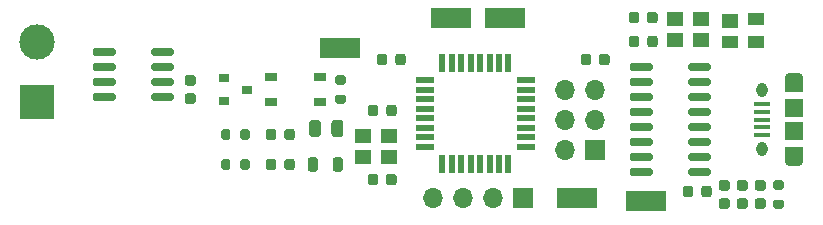
<source format=gts>
G04 #@! TF.GenerationSoftware,KiCad,Pcbnew,5.1.12-84ad8e8a86~92~ubuntu20.04.1*
G04 #@! TF.CreationDate,2021-11-23T01:14:47+00:00*
G04 #@! TF.ProjectId,atmega-demo,61746d65-6761-42d6-9465-6d6f2e6b6963,rev?*
G04 #@! TF.SameCoordinates,Original*
G04 #@! TF.FileFunction,Soldermask,Top*
G04 #@! TF.FilePolarity,Negative*
%FSLAX46Y46*%
G04 Gerber Fmt 4.6, Leading zero omitted, Abs format (unit mm)*
G04 Created by KiCad (PCBNEW 5.1.12-84ad8e8a86~92~ubuntu20.04.1) date 2021-11-23 01:14:47*
%MOMM*%
%LPD*%
G01*
G04 APERTURE LIST*
%ADD10C,3.000000*%
%ADD11R,3.000000X3.000000*%
%ADD12R,0.900000X0.800000*%
%ADD13O,1.700000X1.700000*%
%ADD14R,1.700000X1.700000*%
%ADD15R,1.400000X1.200000*%
%ADD16R,3.400000X1.800000*%
%ADD17O,1.550000X0.890000*%
%ADD18R,1.550000X1.200000*%
%ADD19R,1.550000X1.500000*%
%ADD20O,0.950000X1.250000*%
%ADD21R,1.350000X0.400000*%
%ADD22R,1.400000X1.000000*%
%ADD23R,0.550000X1.600000*%
%ADD24R,1.600000X0.550000*%
%ADD25R,1.050000X0.650000*%
G04 APERTURE END LIST*
G04 #@! TO.C,C5*
G36*
G01*
X177363000Y-81022000D02*
X177363000Y-80522000D01*
G75*
G02*
X177588000Y-80297000I225000J0D01*
G01*
X178038000Y-80297000D01*
G75*
G02*
X178263000Y-80522000I0J-225000D01*
G01*
X178263000Y-81022000D01*
G75*
G02*
X178038000Y-81247000I-225000J0D01*
G01*
X177588000Y-81247000D01*
G75*
G02*
X177363000Y-81022000I0J225000D01*
G01*
G37*
G36*
G01*
X175813000Y-81022000D02*
X175813000Y-80522000D01*
G75*
G02*
X176038000Y-80297000I225000J0D01*
G01*
X176488000Y-80297000D01*
G75*
G02*
X176713000Y-80522000I0J-225000D01*
G01*
X176713000Y-81022000D01*
G75*
G02*
X176488000Y-81247000I-225000J0D01*
G01*
X176038000Y-81247000D01*
G75*
G02*
X175813000Y-81022000I0J225000D01*
G01*
G37*
G04 #@! TD*
D10*
G04 #@! TO.C,J4*
X147828000Y-74930000D03*
D11*
X147828000Y-80010000D03*
G04 #@! TD*
D12*
G04 #@! TO.C,U2*
X165592000Y-78994000D03*
X163592000Y-79944000D03*
X163592000Y-78044000D03*
G04 #@! TD*
G04 #@! TO.C,R3*
G36*
G01*
X164167000Y-82529000D02*
X164167000Y-83079000D01*
G75*
G02*
X163967000Y-83279000I-200000J0D01*
G01*
X163567000Y-83279000D01*
G75*
G02*
X163367000Y-83079000I0J200000D01*
G01*
X163367000Y-82529000D01*
G75*
G02*
X163567000Y-82329000I200000J0D01*
G01*
X163967000Y-82329000D01*
G75*
G02*
X164167000Y-82529000I0J-200000D01*
G01*
G37*
G36*
G01*
X165817000Y-82529000D02*
X165817000Y-83079000D01*
G75*
G02*
X165617000Y-83279000I-200000J0D01*
G01*
X165217000Y-83279000D01*
G75*
G02*
X165017000Y-83079000I0J200000D01*
G01*
X165017000Y-82529000D01*
G75*
G02*
X165217000Y-82329000I200000J0D01*
G01*
X165617000Y-82329000D01*
G75*
G02*
X165817000Y-82529000I0J-200000D01*
G01*
G37*
G04 #@! TD*
G04 #@! TO.C,R2*
G36*
G01*
X164167000Y-85069000D02*
X164167000Y-85619000D01*
G75*
G02*
X163967000Y-85819000I-200000J0D01*
G01*
X163567000Y-85819000D01*
G75*
G02*
X163367000Y-85619000I0J200000D01*
G01*
X163367000Y-85069000D01*
G75*
G02*
X163567000Y-84869000I200000J0D01*
G01*
X163967000Y-84869000D01*
G75*
G02*
X164167000Y-85069000I0J-200000D01*
G01*
G37*
G36*
G01*
X165817000Y-85069000D02*
X165817000Y-85619000D01*
G75*
G02*
X165617000Y-85819000I-200000J0D01*
G01*
X165217000Y-85819000D01*
G75*
G02*
X165017000Y-85619000I0J200000D01*
G01*
X165017000Y-85069000D01*
G75*
G02*
X165217000Y-84869000I200000J0D01*
G01*
X165617000Y-84869000D01*
G75*
G02*
X165817000Y-85069000I0J-200000D01*
G01*
G37*
G04 #@! TD*
D13*
G04 #@! TO.C,J1*
X181356000Y-88138000D03*
X183896000Y-88138000D03*
X186436000Y-88138000D03*
D14*
X188976000Y-88138000D03*
G04 #@! TD*
G04 #@! TO.C,D2*
G36*
G01*
X168752000Y-83060250D02*
X168752000Y-82547750D01*
G75*
G02*
X168970750Y-82329000I218750J0D01*
G01*
X169408250Y-82329000D01*
G75*
G02*
X169627000Y-82547750I0J-218750D01*
G01*
X169627000Y-83060250D01*
G75*
G02*
X169408250Y-83279000I-218750J0D01*
G01*
X168970750Y-83279000D01*
G75*
G02*
X168752000Y-83060250I0J218750D01*
G01*
G37*
G36*
G01*
X167177000Y-83060250D02*
X167177000Y-82547750D01*
G75*
G02*
X167395750Y-82329000I218750J0D01*
G01*
X167833250Y-82329000D01*
G75*
G02*
X168052000Y-82547750I0J-218750D01*
G01*
X168052000Y-83060250D01*
G75*
G02*
X167833250Y-83279000I-218750J0D01*
G01*
X167395750Y-83279000D01*
G75*
G02*
X167177000Y-83060250I0J218750D01*
G01*
G37*
G04 #@! TD*
G04 #@! TO.C,D1*
G36*
G01*
X168752000Y-85600250D02*
X168752000Y-85087750D01*
G75*
G02*
X168970750Y-84869000I218750J0D01*
G01*
X169408250Y-84869000D01*
G75*
G02*
X169627000Y-85087750I0J-218750D01*
G01*
X169627000Y-85600250D01*
G75*
G02*
X169408250Y-85819000I-218750J0D01*
G01*
X168970750Y-85819000D01*
G75*
G02*
X168752000Y-85600250I0J218750D01*
G01*
G37*
G36*
G01*
X167177000Y-85600250D02*
X167177000Y-85087750D01*
G75*
G02*
X167395750Y-84869000I218750J0D01*
G01*
X167833250Y-84869000D01*
G75*
G02*
X168052000Y-85087750I0J-218750D01*
G01*
X168052000Y-85600250D01*
G75*
G02*
X167833250Y-85819000I-218750J0D01*
G01*
X167395750Y-85819000D01*
G75*
G02*
X167177000Y-85600250I0J218750D01*
G01*
G37*
G04 #@! TD*
D15*
G04 #@! TO.C,Y2*
X201846000Y-73064000D03*
X204046000Y-73064000D03*
X204046000Y-74764000D03*
X201846000Y-74764000D03*
G04 #@! TD*
G04 #@! TO.C,Y1*
X177630000Y-84670000D03*
X175430000Y-84670000D03*
X175430000Y-82970000D03*
X177630000Y-82970000D03*
G04 #@! TD*
G04 #@! TO.C,U1*
G36*
G01*
X157456000Y-75969000D02*
X157456000Y-75669000D01*
G75*
G02*
X157606000Y-75519000I150000J0D01*
G01*
X159256000Y-75519000D01*
G75*
G02*
X159406000Y-75669000I0J-150000D01*
G01*
X159406000Y-75969000D01*
G75*
G02*
X159256000Y-76119000I-150000J0D01*
G01*
X157606000Y-76119000D01*
G75*
G02*
X157456000Y-75969000I0J150000D01*
G01*
G37*
G36*
G01*
X157456000Y-77239000D02*
X157456000Y-76939000D01*
G75*
G02*
X157606000Y-76789000I150000J0D01*
G01*
X159256000Y-76789000D01*
G75*
G02*
X159406000Y-76939000I0J-150000D01*
G01*
X159406000Y-77239000D01*
G75*
G02*
X159256000Y-77389000I-150000J0D01*
G01*
X157606000Y-77389000D01*
G75*
G02*
X157456000Y-77239000I0J150000D01*
G01*
G37*
G36*
G01*
X157456000Y-78509000D02*
X157456000Y-78209000D01*
G75*
G02*
X157606000Y-78059000I150000J0D01*
G01*
X159256000Y-78059000D01*
G75*
G02*
X159406000Y-78209000I0J-150000D01*
G01*
X159406000Y-78509000D01*
G75*
G02*
X159256000Y-78659000I-150000J0D01*
G01*
X157606000Y-78659000D01*
G75*
G02*
X157456000Y-78509000I0J150000D01*
G01*
G37*
G36*
G01*
X157456000Y-79779000D02*
X157456000Y-79479000D01*
G75*
G02*
X157606000Y-79329000I150000J0D01*
G01*
X159256000Y-79329000D01*
G75*
G02*
X159406000Y-79479000I0J-150000D01*
G01*
X159406000Y-79779000D01*
G75*
G02*
X159256000Y-79929000I-150000J0D01*
G01*
X157606000Y-79929000D01*
G75*
G02*
X157456000Y-79779000I0J150000D01*
G01*
G37*
G36*
G01*
X152506000Y-79779000D02*
X152506000Y-79479000D01*
G75*
G02*
X152656000Y-79329000I150000J0D01*
G01*
X154306000Y-79329000D01*
G75*
G02*
X154456000Y-79479000I0J-150000D01*
G01*
X154456000Y-79779000D01*
G75*
G02*
X154306000Y-79929000I-150000J0D01*
G01*
X152656000Y-79929000D01*
G75*
G02*
X152506000Y-79779000I0J150000D01*
G01*
G37*
G36*
G01*
X152506000Y-78509000D02*
X152506000Y-78209000D01*
G75*
G02*
X152656000Y-78059000I150000J0D01*
G01*
X154306000Y-78059000D01*
G75*
G02*
X154456000Y-78209000I0J-150000D01*
G01*
X154456000Y-78509000D01*
G75*
G02*
X154306000Y-78659000I-150000J0D01*
G01*
X152656000Y-78659000D01*
G75*
G02*
X152506000Y-78509000I0J150000D01*
G01*
G37*
G36*
G01*
X152506000Y-77239000D02*
X152506000Y-76939000D01*
G75*
G02*
X152656000Y-76789000I150000J0D01*
G01*
X154306000Y-76789000D01*
G75*
G02*
X154456000Y-76939000I0J-150000D01*
G01*
X154456000Y-77239000D01*
G75*
G02*
X154306000Y-77389000I-150000J0D01*
G01*
X152656000Y-77389000D01*
G75*
G02*
X152506000Y-77239000I0J150000D01*
G01*
G37*
G36*
G01*
X152506000Y-75969000D02*
X152506000Y-75669000D01*
G75*
G02*
X152656000Y-75519000I150000J0D01*
G01*
X154306000Y-75519000D01*
G75*
G02*
X154456000Y-75669000I0J-150000D01*
G01*
X154456000Y-75969000D01*
G75*
G02*
X154306000Y-76119000I-150000J0D01*
G01*
X152656000Y-76119000D01*
G75*
G02*
X152506000Y-75969000I0J150000D01*
G01*
G37*
G04 #@! TD*
D16*
G04 #@! TO.C,TP2*
X199390000Y-88392000D03*
G04 #@! TD*
G04 #@! TO.C,TP3*
X193548000Y-88138000D03*
G04 #@! TD*
G04 #@! TO.C,TP1*
X173482000Y-75438000D03*
G04 #@! TD*
G04 #@! TO.C,TP5*
X187452000Y-72898000D03*
G04 #@! TD*
G04 #@! TO.C,TP4*
X182880000Y-72898000D03*
G04 #@! TD*
G04 #@! TO.C,R4*
G36*
G01*
X210841000Y-87459000D02*
X210291000Y-87459000D01*
G75*
G02*
X210091000Y-87259000I0J200000D01*
G01*
X210091000Y-86859000D01*
G75*
G02*
X210291000Y-86659000I200000J0D01*
G01*
X210841000Y-86659000D01*
G75*
G02*
X211041000Y-86859000I0J-200000D01*
G01*
X211041000Y-87259000D01*
G75*
G02*
X210841000Y-87459000I-200000J0D01*
G01*
G37*
G36*
G01*
X210841000Y-89109000D02*
X210291000Y-89109000D01*
G75*
G02*
X210091000Y-88909000I0J200000D01*
G01*
X210091000Y-88509000D01*
G75*
G02*
X210291000Y-88309000I200000J0D01*
G01*
X210841000Y-88309000D01*
G75*
G02*
X211041000Y-88509000I0J-200000D01*
G01*
X211041000Y-88909000D01*
G75*
G02*
X210841000Y-89109000I-200000J0D01*
G01*
G37*
G04 #@! TD*
D17*
G04 #@! TO.C,J3*
X211866000Y-78034000D03*
X211866000Y-85034000D03*
D18*
X211866000Y-78634000D03*
X211866000Y-84434000D03*
D19*
X211866000Y-80534000D03*
X211866000Y-82534000D03*
D20*
X209166000Y-79034000D03*
X209166000Y-84034000D03*
D21*
X209166000Y-80234000D03*
X209166000Y-80884000D03*
X209166000Y-81534000D03*
X209166000Y-82184000D03*
X209166000Y-82834000D03*
G04 #@! TD*
D22*
G04 #@! TO.C,D3*
X208702000Y-73030000D03*
X208702000Y-74930000D03*
X206502000Y-74930000D03*
D15*
X206502000Y-73210000D03*
G04 #@! TD*
G04 #@! TO.C,C1*
G36*
G01*
X161032000Y-78669000D02*
X160532000Y-78669000D01*
G75*
G02*
X160307000Y-78444000I0J225000D01*
G01*
X160307000Y-77994000D01*
G75*
G02*
X160532000Y-77769000I225000J0D01*
G01*
X161032000Y-77769000D01*
G75*
G02*
X161257000Y-77994000I0J-225000D01*
G01*
X161257000Y-78444000D01*
G75*
G02*
X161032000Y-78669000I-225000J0D01*
G01*
G37*
G36*
G01*
X161032000Y-80219000D02*
X160532000Y-80219000D01*
G75*
G02*
X160307000Y-79994000I0J225000D01*
G01*
X160307000Y-79544000D01*
G75*
G02*
X160532000Y-79319000I225000J0D01*
G01*
X161032000Y-79319000D01*
G75*
G02*
X161257000Y-79544000I0J-225000D01*
G01*
X161257000Y-79994000D01*
G75*
G02*
X161032000Y-80219000I-225000J0D01*
G01*
G37*
G04 #@! TD*
G04 #@! TO.C,C2*
G36*
G01*
X177475000Y-76204000D02*
X177475000Y-76704000D01*
G75*
G02*
X177250000Y-76929000I-225000J0D01*
G01*
X176800000Y-76929000D01*
G75*
G02*
X176575000Y-76704000I0J225000D01*
G01*
X176575000Y-76204000D01*
G75*
G02*
X176800000Y-75979000I225000J0D01*
G01*
X177250000Y-75979000D01*
G75*
G02*
X177475000Y-76204000I0J-225000D01*
G01*
G37*
G36*
G01*
X179025000Y-76204000D02*
X179025000Y-76704000D01*
G75*
G02*
X178800000Y-76929000I-225000J0D01*
G01*
X178350000Y-76929000D01*
G75*
G02*
X178125000Y-76704000I0J225000D01*
G01*
X178125000Y-76204000D01*
G75*
G02*
X178350000Y-75979000I225000J0D01*
G01*
X178800000Y-75979000D01*
G75*
G02*
X179025000Y-76204000I0J-225000D01*
G01*
G37*
G04 #@! TD*
G04 #@! TO.C,C7*
G36*
G01*
X209292000Y-87559000D02*
X208792000Y-87559000D01*
G75*
G02*
X208567000Y-87334000I0J225000D01*
G01*
X208567000Y-86884000D01*
G75*
G02*
X208792000Y-86659000I225000J0D01*
G01*
X209292000Y-86659000D01*
G75*
G02*
X209517000Y-86884000I0J-225000D01*
G01*
X209517000Y-87334000D01*
G75*
G02*
X209292000Y-87559000I-225000J0D01*
G01*
G37*
G36*
G01*
X209292000Y-89109000D02*
X208792000Y-89109000D01*
G75*
G02*
X208567000Y-88884000I0J225000D01*
G01*
X208567000Y-88434000D01*
G75*
G02*
X208792000Y-88209000I225000J0D01*
G01*
X209292000Y-88209000D01*
G75*
G02*
X209517000Y-88434000I0J-225000D01*
G01*
X209517000Y-88884000D01*
G75*
G02*
X209292000Y-89109000I-225000J0D01*
G01*
G37*
G04 #@! TD*
G04 #@! TO.C,C8*
G36*
G01*
X194734000Y-76204000D02*
X194734000Y-76704000D01*
G75*
G02*
X194509000Y-76929000I-225000J0D01*
G01*
X194059000Y-76929000D01*
G75*
G02*
X193834000Y-76704000I0J225000D01*
G01*
X193834000Y-76204000D01*
G75*
G02*
X194059000Y-75979000I225000J0D01*
G01*
X194509000Y-75979000D01*
G75*
G02*
X194734000Y-76204000I0J-225000D01*
G01*
G37*
G36*
G01*
X196284000Y-76204000D02*
X196284000Y-76704000D01*
G75*
G02*
X196059000Y-76929000I-225000J0D01*
G01*
X195609000Y-76929000D01*
G75*
G02*
X195384000Y-76704000I0J225000D01*
G01*
X195384000Y-76204000D01*
G75*
G02*
X195609000Y-75979000I225000J0D01*
G01*
X196059000Y-75979000D01*
G75*
G02*
X196284000Y-76204000I0J-225000D01*
G01*
G37*
G04 #@! TD*
G04 #@! TO.C,C3*
G36*
G01*
X205744000Y-88209000D02*
X206244000Y-88209000D01*
G75*
G02*
X206469000Y-88434000I0J-225000D01*
G01*
X206469000Y-88884000D01*
G75*
G02*
X206244000Y-89109000I-225000J0D01*
G01*
X205744000Y-89109000D01*
G75*
G02*
X205519000Y-88884000I0J225000D01*
G01*
X205519000Y-88434000D01*
G75*
G02*
X205744000Y-88209000I225000J0D01*
G01*
G37*
G36*
G01*
X205744000Y-86659000D02*
X206244000Y-86659000D01*
G75*
G02*
X206469000Y-86884000I0J-225000D01*
G01*
X206469000Y-87334000D01*
G75*
G02*
X206244000Y-87559000I-225000J0D01*
G01*
X205744000Y-87559000D01*
G75*
G02*
X205519000Y-87334000I0J225000D01*
G01*
X205519000Y-86884000D01*
G75*
G02*
X205744000Y-86659000I225000J0D01*
G01*
G37*
G04 #@! TD*
G04 #@! TO.C,C11*
G36*
G01*
X204033000Y-87880000D02*
X204033000Y-87380000D01*
G75*
G02*
X204258000Y-87155000I225000J0D01*
G01*
X204708000Y-87155000D01*
G75*
G02*
X204933000Y-87380000I0J-225000D01*
G01*
X204933000Y-87880000D01*
G75*
G02*
X204708000Y-88105000I-225000J0D01*
G01*
X204258000Y-88105000D01*
G75*
G02*
X204033000Y-87880000I0J225000D01*
G01*
G37*
G36*
G01*
X202483000Y-87880000D02*
X202483000Y-87380000D01*
G75*
G02*
X202708000Y-87155000I225000J0D01*
G01*
X203158000Y-87155000D01*
G75*
G02*
X203383000Y-87380000I0J-225000D01*
G01*
X203383000Y-87880000D01*
G75*
G02*
X203158000Y-88105000I-225000J0D01*
G01*
X202708000Y-88105000D01*
G75*
G02*
X202483000Y-87880000I0J225000D01*
G01*
G37*
G04 #@! TD*
G04 #@! TO.C,C12*
G36*
G01*
X207268000Y-88209000D02*
X207768000Y-88209000D01*
G75*
G02*
X207993000Y-88434000I0J-225000D01*
G01*
X207993000Y-88884000D01*
G75*
G02*
X207768000Y-89109000I-225000J0D01*
G01*
X207268000Y-89109000D01*
G75*
G02*
X207043000Y-88884000I0J225000D01*
G01*
X207043000Y-88434000D01*
G75*
G02*
X207268000Y-88209000I225000J0D01*
G01*
G37*
G36*
G01*
X207268000Y-86659000D02*
X207768000Y-86659000D01*
G75*
G02*
X207993000Y-86884000I0J-225000D01*
G01*
X207993000Y-87334000D01*
G75*
G02*
X207768000Y-87559000I-225000J0D01*
G01*
X207268000Y-87559000D01*
G75*
G02*
X207043000Y-87334000I0J225000D01*
G01*
X207043000Y-86884000D01*
G75*
G02*
X207268000Y-86659000I225000J0D01*
G01*
G37*
G04 #@! TD*
G04 #@! TO.C,C10*
G36*
G01*
X198798000Y-72648000D02*
X198798000Y-73148000D01*
G75*
G02*
X198573000Y-73373000I-225000J0D01*
G01*
X198123000Y-73373000D01*
G75*
G02*
X197898000Y-73148000I0J225000D01*
G01*
X197898000Y-72648000D01*
G75*
G02*
X198123000Y-72423000I225000J0D01*
G01*
X198573000Y-72423000D01*
G75*
G02*
X198798000Y-72648000I0J-225000D01*
G01*
G37*
G36*
G01*
X200348000Y-72648000D02*
X200348000Y-73148000D01*
G75*
G02*
X200123000Y-73373000I-225000J0D01*
G01*
X199673000Y-73373000D01*
G75*
G02*
X199448000Y-73148000I0J225000D01*
G01*
X199448000Y-72648000D01*
G75*
G02*
X199673000Y-72423000I225000J0D01*
G01*
X200123000Y-72423000D01*
G75*
G02*
X200348000Y-72648000I0J-225000D01*
G01*
G37*
G04 #@! TD*
G04 #@! TO.C,R1*
G36*
G01*
X173757000Y-78569000D02*
X173207000Y-78569000D01*
G75*
G02*
X173007000Y-78369000I0J200000D01*
G01*
X173007000Y-77969000D01*
G75*
G02*
X173207000Y-77769000I200000J0D01*
G01*
X173757000Y-77769000D01*
G75*
G02*
X173957000Y-77969000I0J-200000D01*
G01*
X173957000Y-78369000D01*
G75*
G02*
X173757000Y-78569000I-200000J0D01*
G01*
G37*
G36*
G01*
X173757000Y-80219000D02*
X173207000Y-80219000D01*
G75*
G02*
X173007000Y-80019000I0J200000D01*
G01*
X173007000Y-79619000D01*
G75*
G02*
X173207000Y-79419000I200000J0D01*
G01*
X173757000Y-79419000D01*
G75*
G02*
X173957000Y-79619000I0J-200000D01*
G01*
X173957000Y-80019000D01*
G75*
G02*
X173757000Y-80219000I-200000J0D01*
G01*
G37*
G04 #@! TD*
G04 #@! TO.C,C9*
G36*
G01*
X198811000Y-74680000D02*
X198811000Y-75180000D01*
G75*
G02*
X198586000Y-75405000I-225000J0D01*
G01*
X198136000Y-75405000D01*
G75*
G02*
X197911000Y-75180000I0J225000D01*
G01*
X197911000Y-74680000D01*
G75*
G02*
X198136000Y-74455000I225000J0D01*
G01*
X198586000Y-74455000D01*
G75*
G02*
X198811000Y-74680000I0J-225000D01*
G01*
G37*
G36*
G01*
X200361000Y-74680000D02*
X200361000Y-75180000D01*
G75*
G02*
X200136000Y-75405000I-225000J0D01*
G01*
X199686000Y-75405000D01*
G75*
G02*
X199461000Y-75180000I0J225000D01*
G01*
X199461000Y-74680000D01*
G75*
G02*
X199686000Y-74455000I225000J0D01*
G01*
X200136000Y-74455000D01*
G75*
G02*
X200361000Y-74680000I0J-225000D01*
G01*
G37*
G04 #@! TD*
G04 #@! TO.C,C6*
G36*
G01*
X176700000Y-86364000D02*
X176700000Y-86864000D01*
G75*
G02*
X176475000Y-87089000I-225000J0D01*
G01*
X176025000Y-87089000D01*
G75*
G02*
X175800000Y-86864000I0J225000D01*
G01*
X175800000Y-86364000D01*
G75*
G02*
X176025000Y-86139000I225000J0D01*
G01*
X176475000Y-86139000D01*
G75*
G02*
X176700000Y-86364000I0J-225000D01*
G01*
G37*
G36*
G01*
X178250000Y-86364000D02*
X178250000Y-86864000D01*
G75*
G02*
X178025000Y-87089000I-225000J0D01*
G01*
X177575000Y-87089000D01*
G75*
G02*
X177350000Y-86864000I0J225000D01*
G01*
X177350000Y-86364000D01*
G75*
G02*
X177575000Y-86139000I225000J0D01*
G01*
X178025000Y-86139000D01*
G75*
G02*
X178250000Y-86364000I0J-225000D01*
G01*
G37*
G04 #@! TD*
G04 #@! TO.C,U4*
G36*
G01*
X199922000Y-85829000D02*
X199922000Y-86129000D01*
G75*
G02*
X199772000Y-86279000I-150000J0D01*
G01*
X198122000Y-86279000D01*
G75*
G02*
X197972000Y-86129000I0J150000D01*
G01*
X197972000Y-85829000D01*
G75*
G02*
X198122000Y-85679000I150000J0D01*
G01*
X199772000Y-85679000D01*
G75*
G02*
X199922000Y-85829000I0J-150000D01*
G01*
G37*
G36*
G01*
X199922000Y-84559000D02*
X199922000Y-84859000D01*
G75*
G02*
X199772000Y-85009000I-150000J0D01*
G01*
X198122000Y-85009000D01*
G75*
G02*
X197972000Y-84859000I0J150000D01*
G01*
X197972000Y-84559000D01*
G75*
G02*
X198122000Y-84409000I150000J0D01*
G01*
X199772000Y-84409000D01*
G75*
G02*
X199922000Y-84559000I0J-150000D01*
G01*
G37*
G36*
G01*
X199922000Y-83289000D02*
X199922000Y-83589000D01*
G75*
G02*
X199772000Y-83739000I-150000J0D01*
G01*
X198122000Y-83739000D01*
G75*
G02*
X197972000Y-83589000I0J150000D01*
G01*
X197972000Y-83289000D01*
G75*
G02*
X198122000Y-83139000I150000J0D01*
G01*
X199772000Y-83139000D01*
G75*
G02*
X199922000Y-83289000I0J-150000D01*
G01*
G37*
G36*
G01*
X199922000Y-82019000D02*
X199922000Y-82319000D01*
G75*
G02*
X199772000Y-82469000I-150000J0D01*
G01*
X198122000Y-82469000D01*
G75*
G02*
X197972000Y-82319000I0J150000D01*
G01*
X197972000Y-82019000D01*
G75*
G02*
X198122000Y-81869000I150000J0D01*
G01*
X199772000Y-81869000D01*
G75*
G02*
X199922000Y-82019000I0J-150000D01*
G01*
G37*
G36*
G01*
X199922000Y-80749000D02*
X199922000Y-81049000D01*
G75*
G02*
X199772000Y-81199000I-150000J0D01*
G01*
X198122000Y-81199000D01*
G75*
G02*
X197972000Y-81049000I0J150000D01*
G01*
X197972000Y-80749000D01*
G75*
G02*
X198122000Y-80599000I150000J0D01*
G01*
X199772000Y-80599000D01*
G75*
G02*
X199922000Y-80749000I0J-150000D01*
G01*
G37*
G36*
G01*
X199922000Y-79479000D02*
X199922000Y-79779000D01*
G75*
G02*
X199772000Y-79929000I-150000J0D01*
G01*
X198122000Y-79929000D01*
G75*
G02*
X197972000Y-79779000I0J150000D01*
G01*
X197972000Y-79479000D01*
G75*
G02*
X198122000Y-79329000I150000J0D01*
G01*
X199772000Y-79329000D01*
G75*
G02*
X199922000Y-79479000I0J-150000D01*
G01*
G37*
G36*
G01*
X199922000Y-78209000D02*
X199922000Y-78509000D01*
G75*
G02*
X199772000Y-78659000I-150000J0D01*
G01*
X198122000Y-78659000D01*
G75*
G02*
X197972000Y-78509000I0J150000D01*
G01*
X197972000Y-78209000D01*
G75*
G02*
X198122000Y-78059000I150000J0D01*
G01*
X199772000Y-78059000D01*
G75*
G02*
X199922000Y-78209000I0J-150000D01*
G01*
G37*
G36*
G01*
X199922000Y-76939000D02*
X199922000Y-77239000D01*
G75*
G02*
X199772000Y-77389000I-150000J0D01*
G01*
X198122000Y-77389000D01*
G75*
G02*
X197972000Y-77239000I0J150000D01*
G01*
X197972000Y-76939000D01*
G75*
G02*
X198122000Y-76789000I150000J0D01*
G01*
X199772000Y-76789000D01*
G75*
G02*
X199922000Y-76939000I0J-150000D01*
G01*
G37*
G36*
G01*
X204872000Y-76939000D02*
X204872000Y-77239000D01*
G75*
G02*
X204722000Y-77389000I-150000J0D01*
G01*
X203072000Y-77389000D01*
G75*
G02*
X202922000Y-77239000I0J150000D01*
G01*
X202922000Y-76939000D01*
G75*
G02*
X203072000Y-76789000I150000J0D01*
G01*
X204722000Y-76789000D01*
G75*
G02*
X204872000Y-76939000I0J-150000D01*
G01*
G37*
G36*
G01*
X204872000Y-78209000D02*
X204872000Y-78509000D01*
G75*
G02*
X204722000Y-78659000I-150000J0D01*
G01*
X203072000Y-78659000D01*
G75*
G02*
X202922000Y-78509000I0J150000D01*
G01*
X202922000Y-78209000D01*
G75*
G02*
X203072000Y-78059000I150000J0D01*
G01*
X204722000Y-78059000D01*
G75*
G02*
X204872000Y-78209000I0J-150000D01*
G01*
G37*
G36*
G01*
X204872000Y-79479000D02*
X204872000Y-79779000D01*
G75*
G02*
X204722000Y-79929000I-150000J0D01*
G01*
X203072000Y-79929000D01*
G75*
G02*
X202922000Y-79779000I0J150000D01*
G01*
X202922000Y-79479000D01*
G75*
G02*
X203072000Y-79329000I150000J0D01*
G01*
X204722000Y-79329000D01*
G75*
G02*
X204872000Y-79479000I0J-150000D01*
G01*
G37*
G36*
G01*
X204872000Y-80749000D02*
X204872000Y-81049000D01*
G75*
G02*
X204722000Y-81199000I-150000J0D01*
G01*
X203072000Y-81199000D01*
G75*
G02*
X202922000Y-81049000I0J150000D01*
G01*
X202922000Y-80749000D01*
G75*
G02*
X203072000Y-80599000I150000J0D01*
G01*
X204722000Y-80599000D01*
G75*
G02*
X204872000Y-80749000I0J-150000D01*
G01*
G37*
G36*
G01*
X204872000Y-82019000D02*
X204872000Y-82319000D01*
G75*
G02*
X204722000Y-82469000I-150000J0D01*
G01*
X203072000Y-82469000D01*
G75*
G02*
X202922000Y-82319000I0J150000D01*
G01*
X202922000Y-82019000D01*
G75*
G02*
X203072000Y-81869000I150000J0D01*
G01*
X204722000Y-81869000D01*
G75*
G02*
X204872000Y-82019000I0J-150000D01*
G01*
G37*
G36*
G01*
X204872000Y-83289000D02*
X204872000Y-83589000D01*
G75*
G02*
X204722000Y-83739000I-150000J0D01*
G01*
X203072000Y-83739000D01*
G75*
G02*
X202922000Y-83589000I0J150000D01*
G01*
X202922000Y-83289000D01*
G75*
G02*
X203072000Y-83139000I150000J0D01*
G01*
X204722000Y-83139000D01*
G75*
G02*
X204872000Y-83289000I0J-150000D01*
G01*
G37*
G36*
G01*
X204872000Y-84559000D02*
X204872000Y-84859000D01*
G75*
G02*
X204722000Y-85009000I-150000J0D01*
G01*
X203072000Y-85009000D01*
G75*
G02*
X202922000Y-84859000I0J150000D01*
G01*
X202922000Y-84559000D01*
G75*
G02*
X203072000Y-84409000I150000J0D01*
G01*
X204722000Y-84409000D01*
G75*
G02*
X204872000Y-84559000I0J-150000D01*
G01*
G37*
G36*
G01*
X204872000Y-85829000D02*
X204872000Y-86129000D01*
G75*
G02*
X204722000Y-86279000I-150000J0D01*
G01*
X203072000Y-86279000D01*
G75*
G02*
X202922000Y-86129000I0J150000D01*
G01*
X202922000Y-85829000D01*
G75*
G02*
X203072000Y-85679000I150000J0D01*
G01*
X204722000Y-85679000D01*
G75*
G02*
X204872000Y-85829000I0J-150000D01*
G01*
G37*
G04 #@! TD*
D13*
G04 #@! TO.C,J2*
X192532000Y-78994000D03*
X195072000Y-78994000D03*
X192532000Y-81534000D03*
X195072000Y-81534000D03*
X192532000Y-84074000D03*
D14*
X195072000Y-84074000D03*
G04 #@! TD*
D23*
G04 #@! TO.C,U3*
X182112000Y-76776000D03*
X182912000Y-76776000D03*
X183712000Y-76776000D03*
X184512000Y-76776000D03*
X185312000Y-76776000D03*
X186112000Y-76776000D03*
X186912000Y-76776000D03*
X187712000Y-76776000D03*
D24*
X189162000Y-78226000D03*
X189162000Y-79026000D03*
X189162000Y-79826000D03*
X189162000Y-80626000D03*
X189162000Y-81426000D03*
X189162000Y-82226000D03*
X189162000Y-83026000D03*
X189162000Y-83826000D03*
D23*
X187712000Y-85276000D03*
X186912000Y-85276000D03*
X186112000Y-85276000D03*
X185312000Y-85276000D03*
X184512000Y-85276000D03*
X183712000Y-85276000D03*
X182912000Y-85276000D03*
X182112000Y-85276000D03*
D24*
X180662000Y-83826000D03*
X180662000Y-83026000D03*
X180662000Y-82226000D03*
X180662000Y-81426000D03*
X180662000Y-80626000D03*
X180662000Y-79826000D03*
X180662000Y-79026000D03*
X180662000Y-78226000D03*
G04 #@! TD*
D25*
G04 #@! TO.C,SW1*
X167597000Y-77919000D03*
X171747000Y-77919000D03*
X167597000Y-80069000D03*
X171747000Y-80069000D03*
G04 #@! TD*
G04 #@! TO.C,L1*
G36*
G01*
X172837000Y-85725250D02*
X172837000Y-84962750D01*
G75*
G02*
X173055750Y-84744000I218750J0D01*
G01*
X173493250Y-84744000D01*
G75*
G02*
X173712000Y-84962750I0J-218750D01*
G01*
X173712000Y-85725250D01*
G75*
G02*
X173493250Y-85944000I-218750J0D01*
G01*
X173055750Y-85944000D01*
G75*
G02*
X172837000Y-85725250I0J218750D01*
G01*
G37*
G36*
G01*
X170712000Y-85725250D02*
X170712000Y-84962750D01*
G75*
G02*
X170930750Y-84744000I218750J0D01*
G01*
X171368250Y-84744000D01*
G75*
G02*
X171587000Y-84962750I0J-218750D01*
G01*
X171587000Y-85725250D01*
G75*
G02*
X171368250Y-85944000I-218750J0D01*
G01*
X170930750Y-85944000D01*
G75*
G02*
X170712000Y-85725250I0J218750D01*
G01*
G37*
G04 #@! TD*
G04 #@! TO.C,C4*
G36*
G01*
X171828000Y-81821000D02*
X171828000Y-82771000D01*
G75*
G02*
X171578000Y-83021000I-250000J0D01*
G01*
X171078000Y-83021000D01*
G75*
G02*
X170828000Y-82771000I0J250000D01*
G01*
X170828000Y-81821000D01*
G75*
G02*
X171078000Y-81571000I250000J0D01*
G01*
X171578000Y-81571000D01*
G75*
G02*
X171828000Y-81821000I0J-250000D01*
G01*
G37*
G36*
G01*
X173728000Y-81821000D02*
X173728000Y-82771000D01*
G75*
G02*
X173478000Y-83021000I-250000J0D01*
G01*
X172978000Y-83021000D01*
G75*
G02*
X172728000Y-82771000I0J250000D01*
G01*
X172728000Y-81821000D01*
G75*
G02*
X172978000Y-81571000I250000J0D01*
G01*
X173478000Y-81571000D01*
G75*
G02*
X173728000Y-81821000I0J-250000D01*
G01*
G37*
G04 #@! TD*
M02*

</source>
